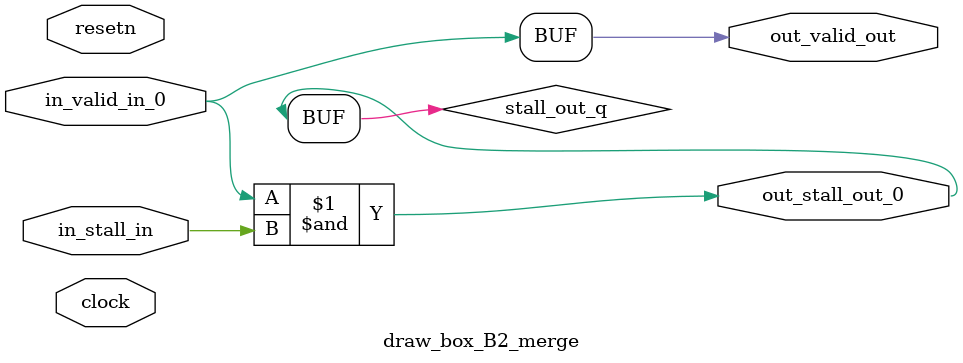
<source format=sv>



(* altera_attribute = "-name AUTO_SHIFT_REGISTER_RECOGNITION OFF; -name MESSAGE_DISABLE 10036; -name MESSAGE_DISABLE 10037; -name MESSAGE_DISABLE 14130; -name MESSAGE_DISABLE 14320; -name MESSAGE_DISABLE 15400; -name MESSAGE_DISABLE 14130; -name MESSAGE_DISABLE 10036; -name MESSAGE_DISABLE 12020; -name MESSAGE_DISABLE 12030; -name MESSAGE_DISABLE 12010; -name MESSAGE_DISABLE 12110; -name MESSAGE_DISABLE 14320; -name MESSAGE_DISABLE 13410; -name MESSAGE_DISABLE 113007; -name MESSAGE_DISABLE 10958" *)
module draw_box_B2_merge (
    input wire [0:0] in_stall_in,
    input wire [0:0] in_valid_in_0,
    output wire [0:0] out_stall_out_0,
    output wire [0:0] out_valid_out,
    input wire clock,
    input wire resetn
    );

    wire [0:0] stall_out_q;


    // stall_out(LOGICAL,6)
    assign stall_out_q = in_valid_in_0 & in_stall_in;

    // out_stall_out_0(GPOUT,4)
    assign out_stall_out_0 = stall_out_q;

    // out_valid_out(GPOUT,5)
    assign out_valid_out = in_valid_in_0;

endmodule

</source>
